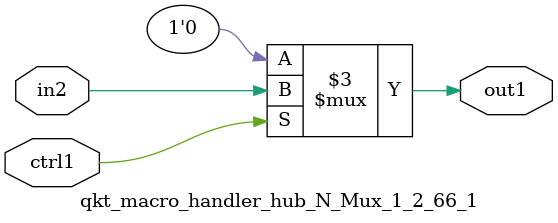
<source format=v>

`timescale 1ps / 1ps


module qkt_macro_handler_hub_N_Mux_1_2_66_1( in2, ctrl1, out1 );

    input in2;
    input ctrl1;
    output out1;
    reg out1;

    
    // rtl_process:qkt_macro_handler_hub_N_Mux_1_2_66_1/qkt_macro_handler_hub_N_Mux_1_2_66_1_thread_1
    always @*
      begin : qkt_macro_handler_hub_N_Mux_1_2_66_1_thread_1
        case (ctrl1) 
          1'b1: 
            begin
              out1 = in2;
            end
          default: 
            begin
              out1 = 1'b0;
            end
        endcase
      end

endmodule


</source>
